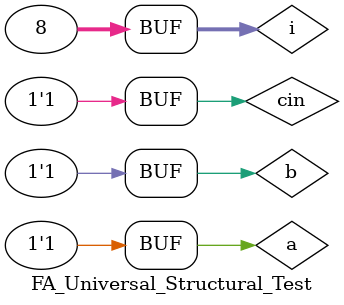
<source format=v>
`timescale 1ns / 1ps


module FA_Universal_Structural_Test;

	// Inputs
	reg a;
	reg b;
	reg cin;

	// Outputs
	wire cout;
	wire s;
	
	integer i;

	// Instantiate the Unit Under Test (UUT)
	FA_Universal_Structural uut (
		.a(a), 
		.b(b), 
		.cin(cin), 
		.cout(cout), 
		.s(s)
	);

	initial begin
		// Initialize Inputs
		a = 0;
		b = 0;
		cin = 0;

		// Wait 100 ns for global reset to finish
		//#100;
        
		// Add stimulus here
		
		for (i = 0; i < 8; i = i + 1)
				#10 {a, b, cin} = i;

	end
      
endmodule


</source>
